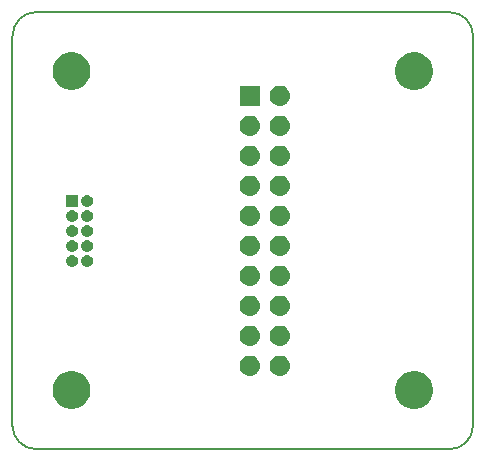
<source format=gbr>
G04 #@! TF.GenerationSoftware,KiCad,Pcbnew,5.0.1-33cea8e~68~ubuntu18.10.1*
G04 #@! TF.CreationDate,2018-11-20T09:41:42+02:00*
G04 #@! TF.ProjectId,BUS-BLASTER-AVR-1.27,4255532D424C41535445522D4156522D,v1.0*
G04 #@! TF.SameCoordinates,Original*
G04 #@! TF.FileFunction,Soldermask,Bot*
G04 #@! TF.FilePolarity,Negative*
%FSLAX46Y46*%
G04 Gerber Fmt 4.6, Leading zero omitted, Abs format (unit mm)*
G04 Created by KiCad (PCBNEW 5.0.1-33cea8e~68~ubuntu18.10.1) date ti 20. marraskuuta 2018 09.41.42*
%MOMM*%
%LPD*%
G01*
G04 APERTURE LIST*
%ADD10C,0.150000*%
%ADD11C,0.100000*%
G04 APERTURE END LIST*
D10*
X65000000Y-87000000D02*
G75*
G02X63000000Y-85000000I0J2000000D01*
G01*
X102000000Y-85000000D02*
G75*
G02X100000000Y-87000000I-2000000J0D01*
G01*
X100000000Y-50000000D02*
G75*
G02X102000000Y-52000000I0J-2000000D01*
G01*
X63000000Y-52000000D02*
G75*
G02X65000000Y-50000000I2000000J0D01*
G01*
X65000000Y-50000000D02*
X100000000Y-50000000D01*
X102000000Y-85000000D02*
X102000000Y-52000000D01*
X65000000Y-87000000D02*
X100000000Y-87000000D01*
X63000000Y-52000000D02*
X63000000Y-85000000D01*
D11*
G36*
X97466703Y-80461487D02*
X97466705Y-80461488D01*
X97466706Y-80461488D01*
X97757884Y-80582098D01*
X98019939Y-80757197D01*
X98242803Y-80980061D01*
X98417902Y-81242116D01*
X98538512Y-81533294D01*
X98600000Y-81842416D01*
X98600000Y-82157584D01*
X98538512Y-82466706D01*
X98417902Y-82757884D01*
X98242803Y-83019939D01*
X98019939Y-83242803D01*
X97757884Y-83417902D01*
X97466706Y-83538512D01*
X97466705Y-83538512D01*
X97466703Y-83538513D01*
X97157586Y-83600000D01*
X96842414Y-83600000D01*
X96533297Y-83538513D01*
X96533295Y-83538512D01*
X96533294Y-83538512D01*
X96242116Y-83417902D01*
X95980061Y-83242803D01*
X95757197Y-83019939D01*
X95582098Y-82757884D01*
X95461488Y-82466706D01*
X95400000Y-82157584D01*
X95400000Y-81842416D01*
X95461488Y-81533294D01*
X95582098Y-81242116D01*
X95757197Y-80980061D01*
X95980061Y-80757197D01*
X96242116Y-80582098D01*
X96533294Y-80461488D01*
X96533295Y-80461488D01*
X96533297Y-80461487D01*
X96842414Y-80400000D01*
X97157586Y-80400000D01*
X97466703Y-80461487D01*
X97466703Y-80461487D01*
G37*
G36*
X68466703Y-80461487D02*
X68466705Y-80461488D01*
X68466706Y-80461488D01*
X68757884Y-80582098D01*
X69019939Y-80757197D01*
X69242803Y-80980061D01*
X69417902Y-81242116D01*
X69538512Y-81533294D01*
X69600000Y-81842416D01*
X69600000Y-82157584D01*
X69538512Y-82466706D01*
X69417902Y-82757884D01*
X69242803Y-83019939D01*
X69019939Y-83242803D01*
X68757884Y-83417902D01*
X68466706Y-83538512D01*
X68466705Y-83538512D01*
X68466703Y-83538513D01*
X68157586Y-83600000D01*
X67842414Y-83600000D01*
X67533297Y-83538513D01*
X67533295Y-83538512D01*
X67533294Y-83538512D01*
X67242116Y-83417902D01*
X66980061Y-83242803D01*
X66757197Y-83019939D01*
X66582098Y-82757884D01*
X66461488Y-82466706D01*
X66400000Y-82157584D01*
X66400000Y-81842416D01*
X66461488Y-81533294D01*
X66582098Y-81242116D01*
X66757197Y-80980061D01*
X66980061Y-80757197D01*
X67242116Y-80582098D01*
X67533294Y-80461488D01*
X67533295Y-80461488D01*
X67533297Y-80461487D01*
X67842414Y-80400000D01*
X68157586Y-80400000D01*
X68466703Y-80461487D01*
X68466703Y-80461487D01*
G37*
G36*
X85809293Y-79088895D02*
X85972085Y-79138278D01*
X86122114Y-79218470D01*
X86253612Y-79326388D01*
X86361530Y-79457886D01*
X86441722Y-79607915D01*
X86491105Y-79770707D01*
X86507779Y-79940000D01*
X86491105Y-80109293D01*
X86441722Y-80272085D01*
X86361530Y-80422114D01*
X86253612Y-80553612D01*
X86122114Y-80661530D01*
X85972085Y-80741722D01*
X85809293Y-80791105D01*
X85682426Y-80803600D01*
X85597574Y-80803600D01*
X85470707Y-80791105D01*
X85307915Y-80741722D01*
X85157886Y-80661530D01*
X85026388Y-80553612D01*
X84918470Y-80422114D01*
X84838278Y-80272085D01*
X84788895Y-80109293D01*
X84772221Y-79940000D01*
X84788895Y-79770707D01*
X84838278Y-79607915D01*
X84918470Y-79457886D01*
X85026388Y-79326388D01*
X85157886Y-79218470D01*
X85307915Y-79138278D01*
X85470707Y-79088895D01*
X85597574Y-79076400D01*
X85682426Y-79076400D01*
X85809293Y-79088895D01*
X85809293Y-79088895D01*
G37*
G36*
X83269293Y-79088895D02*
X83432085Y-79138278D01*
X83582114Y-79218470D01*
X83713612Y-79326388D01*
X83821530Y-79457886D01*
X83901722Y-79607915D01*
X83951105Y-79770707D01*
X83967779Y-79940000D01*
X83951105Y-80109293D01*
X83901722Y-80272085D01*
X83821530Y-80422114D01*
X83713612Y-80553612D01*
X83582114Y-80661530D01*
X83432085Y-80741722D01*
X83269293Y-80791105D01*
X83142426Y-80803600D01*
X83057574Y-80803600D01*
X82930707Y-80791105D01*
X82767915Y-80741722D01*
X82617886Y-80661530D01*
X82486388Y-80553612D01*
X82378470Y-80422114D01*
X82298278Y-80272085D01*
X82248895Y-80109293D01*
X82232221Y-79940000D01*
X82248895Y-79770707D01*
X82298278Y-79607915D01*
X82378470Y-79457886D01*
X82486388Y-79326388D01*
X82617886Y-79218470D01*
X82767915Y-79138278D01*
X82930707Y-79088895D01*
X83057574Y-79076400D01*
X83142426Y-79076400D01*
X83269293Y-79088895D01*
X83269293Y-79088895D01*
G37*
G36*
X85809293Y-76548895D02*
X85972085Y-76598278D01*
X86122114Y-76678470D01*
X86253612Y-76786388D01*
X86361530Y-76917886D01*
X86441722Y-77067915D01*
X86491105Y-77230707D01*
X86507779Y-77400000D01*
X86491105Y-77569293D01*
X86441722Y-77732085D01*
X86361530Y-77882114D01*
X86253612Y-78013612D01*
X86122114Y-78121530D01*
X85972085Y-78201722D01*
X85809293Y-78251105D01*
X85682426Y-78263600D01*
X85597574Y-78263600D01*
X85470707Y-78251105D01*
X85307915Y-78201722D01*
X85157886Y-78121530D01*
X85026388Y-78013612D01*
X84918470Y-77882114D01*
X84838278Y-77732085D01*
X84788895Y-77569293D01*
X84772221Y-77400000D01*
X84788895Y-77230707D01*
X84838278Y-77067915D01*
X84918470Y-76917886D01*
X85026388Y-76786388D01*
X85157886Y-76678470D01*
X85307915Y-76598278D01*
X85470707Y-76548895D01*
X85597574Y-76536400D01*
X85682426Y-76536400D01*
X85809293Y-76548895D01*
X85809293Y-76548895D01*
G37*
G36*
X83269293Y-76548895D02*
X83432085Y-76598278D01*
X83582114Y-76678470D01*
X83713612Y-76786388D01*
X83821530Y-76917886D01*
X83901722Y-77067915D01*
X83951105Y-77230707D01*
X83967779Y-77400000D01*
X83951105Y-77569293D01*
X83901722Y-77732085D01*
X83821530Y-77882114D01*
X83713612Y-78013612D01*
X83582114Y-78121530D01*
X83432085Y-78201722D01*
X83269293Y-78251105D01*
X83142426Y-78263600D01*
X83057574Y-78263600D01*
X82930707Y-78251105D01*
X82767915Y-78201722D01*
X82617886Y-78121530D01*
X82486388Y-78013612D01*
X82378470Y-77882114D01*
X82298278Y-77732085D01*
X82248895Y-77569293D01*
X82232221Y-77400000D01*
X82248895Y-77230707D01*
X82298278Y-77067915D01*
X82378470Y-76917886D01*
X82486388Y-76786388D01*
X82617886Y-76678470D01*
X82767915Y-76598278D01*
X82930707Y-76548895D01*
X83057574Y-76536400D01*
X83142426Y-76536400D01*
X83269293Y-76548895D01*
X83269293Y-76548895D01*
G37*
G36*
X83269293Y-74008895D02*
X83432085Y-74058278D01*
X83582114Y-74138470D01*
X83713612Y-74246388D01*
X83821530Y-74377886D01*
X83901722Y-74527915D01*
X83951105Y-74690707D01*
X83967779Y-74860000D01*
X83951105Y-75029293D01*
X83901722Y-75192085D01*
X83821530Y-75342114D01*
X83713612Y-75473612D01*
X83582114Y-75581530D01*
X83432085Y-75661722D01*
X83269293Y-75711105D01*
X83142426Y-75723600D01*
X83057574Y-75723600D01*
X82930707Y-75711105D01*
X82767915Y-75661722D01*
X82617886Y-75581530D01*
X82486388Y-75473612D01*
X82378470Y-75342114D01*
X82298278Y-75192085D01*
X82248895Y-75029293D01*
X82232221Y-74860000D01*
X82248895Y-74690707D01*
X82298278Y-74527915D01*
X82378470Y-74377886D01*
X82486388Y-74246388D01*
X82617886Y-74138470D01*
X82767915Y-74058278D01*
X82930707Y-74008895D01*
X83057574Y-73996400D01*
X83142426Y-73996400D01*
X83269293Y-74008895D01*
X83269293Y-74008895D01*
G37*
G36*
X85809293Y-74008895D02*
X85972085Y-74058278D01*
X86122114Y-74138470D01*
X86253612Y-74246388D01*
X86361530Y-74377886D01*
X86441722Y-74527915D01*
X86491105Y-74690707D01*
X86507779Y-74860000D01*
X86491105Y-75029293D01*
X86441722Y-75192085D01*
X86361530Y-75342114D01*
X86253612Y-75473612D01*
X86122114Y-75581530D01*
X85972085Y-75661722D01*
X85809293Y-75711105D01*
X85682426Y-75723600D01*
X85597574Y-75723600D01*
X85470707Y-75711105D01*
X85307915Y-75661722D01*
X85157886Y-75581530D01*
X85026388Y-75473612D01*
X84918470Y-75342114D01*
X84838278Y-75192085D01*
X84788895Y-75029293D01*
X84772221Y-74860000D01*
X84788895Y-74690707D01*
X84838278Y-74527915D01*
X84918470Y-74377886D01*
X85026388Y-74246388D01*
X85157886Y-74138470D01*
X85307915Y-74058278D01*
X85470707Y-74008895D01*
X85597574Y-73996400D01*
X85682426Y-73996400D01*
X85809293Y-74008895D01*
X85809293Y-74008895D01*
G37*
G36*
X83269293Y-71468895D02*
X83432085Y-71518278D01*
X83582114Y-71598470D01*
X83713612Y-71706388D01*
X83821530Y-71837886D01*
X83901722Y-71987915D01*
X83951105Y-72150707D01*
X83967779Y-72320000D01*
X83951105Y-72489293D01*
X83901722Y-72652085D01*
X83821530Y-72802114D01*
X83713612Y-72933612D01*
X83582114Y-73041530D01*
X83432085Y-73121722D01*
X83269293Y-73171105D01*
X83142426Y-73183600D01*
X83057574Y-73183600D01*
X82930707Y-73171105D01*
X82767915Y-73121722D01*
X82617886Y-73041530D01*
X82486388Y-72933612D01*
X82378470Y-72802114D01*
X82298278Y-72652085D01*
X82248895Y-72489293D01*
X82232221Y-72320000D01*
X82248895Y-72150707D01*
X82298278Y-71987915D01*
X82378470Y-71837886D01*
X82486388Y-71706388D01*
X82617886Y-71598470D01*
X82767915Y-71518278D01*
X82930707Y-71468895D01*
X83057574Y-71456400D01*
X83142426Y-71456400D01*
X83269293Y-71468895D01*
X83269293Y-71468895D01*
G37*
G36*
X85809293Y-71468895D02*
X85972085Y-71518278D01*
X86122114Y-71598470D01*
X86253612Y-71706388D01*
X86361530Y-71837886D01*
X86441722Y-71987915D01*
X86491105Y-72150707D01*
X86507779Y-72320000D01*
X86491105Y-72489293D01*
X86441722Y-72652085D01*
X86361530Y-72802114D01*
X86253612Y-72933612D01*
X86122114Y-73041530D01*
X85972085Y-73121722D01*
X85809293Y-73171105D01*
X85682426Y-73183600D01*
X85597574Y-73183600D01*
X85470707Y-73171105D01*
X85307915Y-73121722D01*
X85157886Y-73041530D01*
X85026388Y-72933612D01*
X84918470Y-72802114D01*
X84838278Y-72652085D01*
X84788895Y-72489293D01*
X84772221Y-72320000D01*
X84788895Y-72150707D01*
X84838278Y-71987915D01*
X84918470Y-71837886D01*
X85026388Y-71706388D01*
X85157886Y-71598470D01*
X85307915Y-71518278D01*
X85470707Y-71468895D01*
X85597574Y-71456400D01*
X85682426Y-71456400D01*
X85809293Y-71468895D01*
X85809293Y-71468895D01*
G37*
G36*
X69418016Y-70557234D02*
X69512267Y-70585825D01*
X69599130Y-70632254D01*
X69675264Y-70694736D01*
X69737746Y-70770870D01*
X69784175Y-70857733D01*
X69812766Y-70951984D01*
X69822420Y-71050000D01*
X69812766Y-71148016D01*
X69784175Y-71242267D01*
X69737746Y-71329130D01*
X69675264Y-71405264D01*
X69599130Y-71467746D01*
X69512267Y-71514175D01*
X69418016Y-71542766D01*
X69344566Y-71550000D01*
X69295434Y-71550000D01*
X69221984Y-71542766D01*
X69127733Y-71514175D01*
X69040870Y-71467746D01*
X68964736Y-71405264D01*
X68902254Y-71329130D01*
X68855825Y-71242267D01*
X68827234Y-71148016D01*
X68817580Y-71050000D01*
X68827234Y-70951984D01*
X68855825Y-70857733D01*
X68902254Y-70770870D01*
X68964736Y-70694736D01*
X69040870Y-70632254D01*
X69127733Y-70585825D01*
X69221984Y-70557234D01*
X69295434Y-70550000D01*
X69344566Y-70550000D01*
X69418016Y-70557234D01*
X69418016Y-70557234D01*
G37*
G36*
X68148016Y-70557234D02*
X68242267Y-70585825D01*
X68329130Y-70632254D01*
X68405264Y-70694736D01*
X68467746Y-70770870D01*
X68514175Y-70857733D01*
X68542766Y-70951984D01*
X68552420Y-71050000D01*
X68542766Y-71148016D01*
X68514175Y-71242267D01*
X68467746Y-71329130D01*
X68405264Y-71405264D01*
X68329130Y-71467746D01*
X68242267Y-71514175D01*
X68148016Y-71542766D01*
X68074566Y-71550000D01*
X68025434Y-71550000D01*
X67951984Y-71542766D01*
X67857733Y-71514175D01*
X67770870Y-71467746D01*
X67694736Y-71405264D01*
X67632254Y-71329130D01*
X67585825Y-71242267D01*
X67557234Y-71148016D01*
X67547580Y-71050000D01*
X67557234Y-70951984D01*
X67585825Y-70857733D01*
X67632254Y-70770870D01*
X67694736Y-70694736D01*
X67770870Y-70632254D01*
X67857733Y-70585825D01*
X67951984Y-70557234D01*
X68025434Y-70550000D01*
X68074566Y-70550000D01*
X68148016Y-70557234D01*
X68148016Y-70557234D01*
G37*
G36*
X85809293Y-68928895D02*
X85972085Y-68978278D01*
X86122114Y-69058470D01*
X86253612Y-69166388D01*
X86361530Y-69297886D01*
X86441722Y-69447915D01*
X86491105Y-69610707D01*
X86507779Y-69780000D01*
X86491105Y-69949293D01*
X86441722Y-70112085D01*
X86361530Y-70262114D01*
X86253612Y-70393612D01*
X86122114Y-70501530D01*
X85972085Y-70581722D01*
X85809293Y-70631105D01*
X85682426Y-70643600D01*
X85597574Y-70643600D01*
X85470707Y-70631105D01*
X85307915Y-70581722D01*
X85157886Y-70501530D01*
X85026388Y-70393612D01*
X84918470Y-70262114D01*
X84838278Y-70112085D01*
X84788895Y-69949293D01*
X84772221Y-69780000D01*
X84788895Y-69610707D01*
X84838278Y-69447915D01*
X84918470Y-69297886D01*
X85026388Y-69166388D01*
X85157886Y-69058470D01*
X85307915Y-68978278D01*
X85470707Y-68928895D01*
X85597574Y-68916400D01*
X85682426Y-68916400D01*
X85809293Y-68928895D01*
X85809293Y-68928895D01*
G37*
G36*
X83269293Y-68928895D02*
X83432085Y-68978278D01*
X83582114Y-69058470D01*
X83713612Y-69166388D01*
X83821530Y-69297886D01*
X83901722Y-69447915D01*
X83951105Y-69610707D01*
X83967779Y-69780000D01*
X83951105Y-69949293D01*
X83901722Y-70112085D01*
X83821530Y-70262114D01*
X83713612Y-70393612D01*
X83582114Y-70501530D01*
X83432085Y-70581722D01*
X83269293Y-70631105D01*
X83142426Y-70643600D01*
X83057574Y-70643600D01*
X82930707Y-70631105D01*
X82767915Y-70581722D01*
X82617886Y-70501530D01*
X82486388Y-70393612D01*
X82378470Y-70262114D01*
X82298278Y-70112085D01*
X82248895Y-69949293D01*
X82232221Y-69780000D01*
X82248895Y-69610707D01*
X82298278Y-69447915D01*
X82378470Y-69297886D01*
X82486388Y-69166388D01*
X82617886Y-69058470D01*
X82767915Y-68978278D01*
X82930707Y-68928895D01*
X83057574Y-68916400D01*
X83142426Y-68916400D01*
X83269293Y-68928895D01*
X83269293Y-68928895D01*
G37*
G36*
X69418016Y-69287234D02*
X69512267Y-69315825D01*
X69599130Y-69362254D01*
X69675264Y-69424736D01*
X69737746Y-69500870D01*
X69784175Y-69587733D01*
X69812766Y-69681984D01*
X69822420Y-69780000D01*
X69812766Y-69878016D01*
X69784175Y-69972267D01*
X69737746Y-70059130D01*
X69675264Y-70135264D01*
X69599130Y-70197746D01*
X69512267Y-70244175D01*
X69418016Y-70272766D01*
X69344566Y-70280000D01*
X69295434Y-70280000D01*
X69221984Y-70272766D01*
X69127733Y-70244175D01*
X69040870Y-70197746D01*
X68964736Y-70135264D01*
X68902254Y-70059130D01*
X68855825Y-69972267D01*
X68827234Y-69878016D01*
X68817580Y-69780000D01*
X68827234Y-69681984D01*
X68855825Y-69587733D01*
X68902254Y-69500870D01*
X68964736Y-69424736D01*
X69040870Y-69362254D01*
X69127733Y-69315825D01*
X69221984Y-69287234D01*
X69295434Y-69280000D01*
X69344566Y-69280000D01*
X69418016Y-69287234D01*
X69418016Y-69287234D01*
G37*
G36*
X68148016Y-69287234D02*
X68242267Y-69315825D01*
X68329130Y-69362254D01*
X68405264Y-69424736D01*
X68467746Y-69500870D01*
X68514175Y-69587733D01*
X68542766Y-69681984D01*
X68552420Y-69780000D01*
X68542766Y-69878016D01*
X68514175Y-69972267D01*
X68467746Y-70059130D01*
X68405264Y-70135264D01*
X68329130Y-70197746D01*
X68242267Y-70244175D01*
X68148016Y-70272766D01*
X68074566Y-70280000D01*
X68025434Y-70280000D01*
X67951984Y-70272766D01*
X67857733Y-70244175D01*
X67770870Y-70197746D01*
X67694736Y-70135264D01*
X67632254Y-70059130D01*
X67585825Y-69972267D01*
X67557234Y-69878016D01*
X67547580Y-69780000D01*
X67557234Y-69681984D01*
X67585825Y-69587733D01*
X67632254Y-69500870D01*
X67694736Y-69424736D01*
X67770870Y-69362254D01*
X67857733Y-69315825D01*
X67951984Y-69287234D01*
X68025434Y-69280000D01*
X68074566Y-69280000D01*
X68148016Y-69287234D01*
X68148016Y-69287234D01*
G37*
G36*
X68148016Y-68017234D02*
X68242267Y-68045825D01*
X68329130Y-68092254D01*
X68405264Y-68154736D01*
X68467746Y-68230870D01*
X68514175Y-68317733D01*
X68542766Y-68411984D01*
X68552420Y-68510000D01*
X68542766Y-68608016D01*
X68514175Y-68702267D01*
X68467746Y-68789130D01*
X68405264Y-68865264D01*
X68329130Y-68927746D01*
X68242267Y-68974175D01*
X68148016Y-69002766D01*
X68074566Y-69010000D01*
X68025434Y-69010000D01*
X67951984Y-69002766D01*
X67857733Y-68974175D01*
X67770870Y-68927746D01*
X67694736Y-68865264D01*
X67632254Y-68789130D01*
X67585825Y-68702267D01*
X67557234Y-68608016D01*
X67547580Y-68510000D01*
X67557234Y-68411984D01*
X67585825Y-68317733D01*
X67632254Y-68230870D01*
X67694736Y-68154736D01*
X67770870Y-68092254D01*
X67857733Y-68045825D01*
X67951984Y-68017234D01*
X68025434Y-68010000D01*
X68074566Y-68010000D01*
X68148016Y-68017234D01*
X68148016Y-68017234D01*
G37*
G36*
X69418016Y-68017234D02*
X69512267Y-68045825D01*
X69599130Y-68092254D01*
X69675264Y-68154736D01*
X69737746Y-68230870D01*
X69784175Y-68317733D01*
X69812766Y-68411984D01*
X69822420Y-68510000D01*
X69812766Y-68608016D01*
X69784175Y-68702267D01*
X69737746Y-68789130D01*
X69675264Y-68865264D01*
X69599130Y-68927746D01*
X69512267Y-68974175D01*
X69418016Y-69002766D01*
X69344566Y-69010000D01*
X69295434Y-69010000D01*
X69221984Y-69002766D01*
X69127733Y-68974175D01*
X69040870Y-68927746D01*
X68964736Y-68865264D01*
X68902254Y-68789130D01*
X68855825Y-68702267D01*
X68827234Y-68608016D01*
X68817580Y-68510000D01*
X68827234Y-68411984D01*
X68855825Y-68317733D01*
X68902254Y-68230870D01*
X68964736Y-68154736D01*
X69040870Y-68092254D01*
X69127733Y-68045825D01*
X69221984Y-68017234D01*
X69295434Y-68010000D01*
X69344566Y-68010000D01*
X69418016Y-68017234D01*
X69418016Y-68017234D01*
G37*
G36*
X83269293Y-66388895D02*
X83432085Y-66438278D01*
X83582114Y-66518470D01*
X83713612Y-66626388D01*
X83821530Y-66757886D01*
X83901722Y-66907915D01*
X83951105Y-67070707D01*
X83967779Y-67240000D01*
X83951105Y-67409293D01*
X83901722Y-67572085D01*
X83821530Y-67722114D01*
X83713612Y-67853612D01*
X83582114Y-67961530D01*
X83432085Y-68041722D01*
X83269293Y-68091105D01*
X83142426Y-68103600D01*
X83057574Y-68103600D01*
X82930707Y-68091105D01*
X82767915Y-68041722D01*
X82617886Y-67961530D01*
X82486388Y-67853612D01*
X82378470Y-67722114D01*
X82298278Y-67572085D01*
X82248895Y-67409293D01*
X82232221Y-67240000D01*
X82248895Y-67070707D01*
X82298278Y-66907915D01*
X82378470Y-66757886D01*
X82486388Y-66626388D01*
X82617886Y-66518470D01*
X82767915Y-66438278D01*
X82930707Y-66388895D01*
X83057574Y-66376400D01*
X83142426Y-66376400D01*
X83269293Y-66388895D01*
X83269293Y-66388895D01*
G37*
G36*
X85809293Y-66388895D02*
X85972085Y-66438278D01*
X86122114Y-66518470D01*
X86253612Y-66626388D01*
X86361530Y-66757886D01*
X86441722Y-66907915D01*
X86491105Y-67070707D01*
X86507779Y-67240000D01*
X86491105Y-67409293D01*
X86441722Y-67572085D01*
X86361530Y-67722114D01*
X86253612Y-67853612D01*
X86122114Y-67961530D01*
X85972085Y-68041722D01*
X85809293Y-68091105D01*
X85682426Y-68103600D01*
X85597574Y-68103600D01*
X85470707Y-68091105D01*
X85307915Y-68041722D01*
X85157886Y-67961530D01*
X85026388Y-67853612D01*
X84918470Y-67722114D01*
X84838278Y-67572085D01*
X84788895Y-67409293D01*
X84772221Y-67240000D01*
X84788895Y-67070707D01*
X84838278Y-66907915D01*
X84918470Y-66757886D01*
X85026388Y-66626388D01*
X85157886Y-66518470D01*
X85307915Y-66438278D01*
X85470707Y-66388895D01*
X85597574Y-66376400D01*
X85682426Y-66376400D01*
X85809293Y-66388895D01*
X85809293Y-66388895D01*
G37*
G36*
X68148016Y-66747234D02*
X68242267Y-66775825D01*
X68329130Y-66822254D01*
X68405264Y-66884736D01*
X68467746Y-66960870D01*
X68514175Y-67047733D01*
X68542766Y-67141984D01*
X68552420Y-67240000D01*
X68542766Y-67338016D01*
X68514175Y-67432267D01*
X68467746Y-67519130D01*
X68405264Y-67595264D01*
X68329130Y-67657746D01*
X68242267Y-67704175D01*
X68148016Y-67732766D01*
X68074566Y-67740000D01*
X68025434Y-67740000D01*
X67951984Y-67732766D01*
X67857733Y-67704175D01*
X67770870Y-67657746D01*
X67694736Y-67595264D01*
X67632254Y-67519130D01*
X67585825Y-67432267D01*
X67557234Y-67338016D01*
X67547580Y-67240000D01*
X67557234Y-67141984D01*
X67585825Y-67047733D01*
X67632254Y-66960870D01*
X67694736Y-66884736D01*
X67770870Y-66822254D01*
X67857733Y-66775825D01*
X67951984Y-66747234D01*
X68025434Y-66740000D01*
X68074566Y-66740000D01*
X68148016Y-66747234D01*
X68148016Y-66747234D01*
G37*
G36*
X69418016Y-66747234D02*
X69512267Y-66775825D01*
X69599130Y-66822254D01*
X69675264Y-66884736D01*
X69737746Y-66960870D01*
X69784175Y-67047733D01*
X69812766Y-67141984D01*
X69822420Y-67240000D01*
X69812766Y-67338016D01*
X69784175Y-67432267D01*
X69737746Y-67519130D01*
X69675264Y-67595264D01*
X69599130Y-67657746D01*
X69512267Y-67704175D01*
X69418016Y-67732766D01*
X69344566Y-67740000D01*
X69295434Y-67740000D01*
X69221984Y-67732766D01*
X69127733Y-67704175D01*
X69040870Y-67657746D01*
X68964736Y-67595264D01*
X68902254Y-67519130D01*
X68855825Y-67432267D01*
X68827234Y-67338016D01*
X68817580Y-67240000D01*
X68827234Y-67141984D01*
X68855825Y-67047733D01*
X68902254Y-66960870D01*
X68964736Y-66884736D01*
X69040870Y-66822254D01*
X69127733Y-66775825D01*
X69221984Y-66747234D01*
X69295434Y-66740000D01*
X69344566Y-66740000D01*
X69418016Y-66747234D01*
X69418016Y-66747234D01*
G37*
G36*
X68550000Y-66470000D02*
X67550000Y-66470000D01*
X67550000Y-65470000D01*
X68550000Y-65470000D01*
X68550000Y-66470000D01*
X68550000Y-66470000D01*
G37*
G36*
X69418016Y-65477234D02*
X69512267Y-65505825D01*
X69599130Y-65552254D01*
X69675264Y-65614736D01*
X69737746Y-65690870D01*
X69784175Y-65777733D01*
X69812766Y-65871984D01*
X69822420Y-65970000D01*
X69812766Y-66068016D01*
X69784175Y-66162267D01*
X69737746Y-66249130D01*
X69675264Y-66325264D01*
X69599130Y-66387746D01*
X69512267Y-66434175D01*
X69418016Y-66462766D01*
X69344566Y-66470000D01*
X69295434Y-66470000D01*
X69221984Y-66462766D01*
X69127733Y-66434175D01*
X69040870Y-66387746D01*
X68964736Y-66325264D01*
X68902254Y-66249130D01*
X68855825Y-66162267D01*
X68827234Y-66068016D01*
X68817580Y-65970000D01*
X68827234Y-65871984D01*
X68855825Y-65777733D01*
X68902254Y-65690870D01*
X68964736Y-65614736D01*
X69040870Y-65552254D01*
X69127733Y-65505825D01*
X69221984Y-65477234D01*
X69295434Y-65470000D01*
X69344566Y-65470000D01*
X69418016Y-65477234D01*
X69418016Y-65477234D01*
G37*
G36*
X83269293Y-63848895D02*
X83432085Y-63898278D01*
X83582114Y-63978470D01*
X83713612Y-64086388D01*
X83821530Y-64217886D01*
X83901722Y-64367915D01*
X83951105Y-64530707D01*
X83967779Y-64700000D01*
X83951105Y-64869293D01*
X83901722Y-65032085D01*
X83821530Y-65182114D01*
X83713612Y-65313612D01*
X83582114Y-65421530D01*
X83432085Y-65501722D01*
X83269293Y-65551105D01*
X83142426Y-65563600D01*
X83057574Y-65563600D01*
X82930707Y-65551105D01*
X82767915Y-65501722D01*
X82617886Y-65421530D01*
X82486388Y-65313612D01*
X82378470Y-65182114D01*
X82298278Y-65032085D01*
X82248895Y-64869293D01*
X82232221Y-64700000D01*
X82248895Y-64530707D01*
X82298278Y-64367915D01*
X82378470Y-64217886D01*
X82486388Y-64086388D01*
X82617886Y-63978470D01*
X82767915Y-63898278D01*
X82930707Y-63848895D01*
X83057574Y-63836400D01*
X83142426Y-63836400D01*
X83269293Y-63848895D01*
X83269293Y-63848895D01*
G37*
G36*
X85809293Y-63848895D02*
X85972085Y-63898278D01*
X86122114Y-63978470D01*
X86253612Y-64086388D01*
X86361530Y-64217886D01*
X86441722Y-64367915D01*
X86491105Y-64530707D01*
X86507779Y-64700000D01*
X86491105Y-64869293D01*
X86441722Y-65032085D01*
X86361530Y-65182114D01*
X86253612Y-65313612D01*
X86122114Y-65421530D01*
X85972085Y-65501722D01*
X85809293Y-65551105D01*
X85682426Y-65563600D01*
X85597574Y-65563600D01*
X85470707Y-65551105D01*
X85307915Y-65501722D01*
X85157886Y-65421530D01*
X85026388Y-65313612D01*
X84918470Y-65182114D01*
X84838278Y-65032085D01*
X84788895Y-64869293D01*
X84772221Y-64700000D01*
X84788895Y-64530707D01*
X84838278Y-64367915D01*
X84918470Y-64217886D01*
X85026388Y-64086388D01*
X85157886Y-63978470D01*
X85307915Y-63898278D01*
X85470707Y-63848895D01*
X85597574Y-63836400D01*
X85682426Y-63836400D01*
X85809293Y-63848895D01*
X85809293Y-63848895D01*
G37*
G36*
X85809293Y-61308895D02*
X85972085Y-61358278D01*
X86122114Y-61438470D01*
X86253612Y-61546388D01*
X86361530Y-61677886D01*
X86441722Y-61827915D01*
X86491105Y-61990707D01*
X86507779Y-62160000D01*
X86491105Y-62329293D01*
X86441722Y-62492085D01*
X86361530Y-62642114D01*
X86253612Y-62773612D01*
X86122114Y-62881530D01*
X85972085Y-62961722D01*
X85809293Y-63011105D01*
X85682426Y-63023600D01*
X85597574Y-63023600D01*
X85470707Y-63011105D01*
X85307915Y-62961722D01*
X85157886Y-62881530D01*
X85026388Y-62773612D01*
X84918470Y-62642114D01*
X84838278Y-62492085D01*
X84788895Y-62329293D01*
X84772221Y-62160000D01*
X84788895Y-61990707D01*
X84838278Y-61827915D01*
X84918470Y-61677886D01*
X85026388Y-61546388D01*
X85157886Y-61438470D01*
X85307915Y-61358278D01*
X85470707Y-61308895D01*
X85597574Y-61296400D01*
X85682426Y-61296400D01*
X85809293Y-61308895D01*
X85809293Y-61308895D01*
G37*
G36*
X83269293Y-61308895D02*
X83432085Y-61358278D01*
X83582114Y-61438470D01*
X83713612Y-61546388D01*
X83821530Y-61677886D01*
X83901722Y-61827915D01*
X83951105Y-61990707D01*
X83967779Y-62160000D01*
X83951105Y-62329293D01*
X83901722Y-62492085D01*
X83821530Y-62642114D01*
X83713612Y-62773612D01*
X83582114Y-62881530D01*
X83432085Y-62961722D01*
X83269293Y-63011105D01*
X83142426Y-63023600D01*
X83057574Y-63023600D01*
X82930707Y-63011105D01*
X82767915Y-62961722D01*
X82617886Y-62881530D01*
X82486388Y-62773612D01*
X82378470Y-62642114D01*
X82298278Y-62492085D01*
X82248895Y-62329293D01*
X82232221Y-62160000D01*
X82248895Y-61990707D01*
X82298278Y-61827915D01*
X82378470Y-61677886D01*
X82486388Y-61546388D01*
X82617886Y-61438470D01*
X82767915Y-61358278D01*
X82930707Y-61308895D01*
X83057574Y-61296400D01*
X83142426Y-61296400D01*
X83269293Y-61308895D01*
X83269293Y-61308895D01*
G37*
G36*
X83269293Y-58768895D02*
X83432085Y-58818278D01*
X83582114Y-58898470D01*
X83713612Y-59006388D01*
X83821530Y-59137886D01*
X83901722Y-59287915D01*
X83951105Y-59450707D01*
X83967779Y-59620000D01*
X83951105Y-59789293D01*
X83901722Y-59952085D01*
X83821530Y-60102114D01*
X83713612Y-60233612D01*
X83582114Y-60341530D01*
X83432085Y-60421722D01*
X83269293Y-60471105D01*
X83142426Y-60483600D01*
X83057574Y-60483600D01*
X82930707Y-60471105D01*
X82767915Y-60421722D01*
X82617886Y-60341530D01*
X82486388Y-60233612D01*
X82378470Y-60102114D01*
X82298278Y-59952085D01*
X82248895Y-59789293D01*
X82232221Y-59620000D01*
X82248895Y-59450707D01*
X82298278Y-59287915D01*
X82378470Y-59137886D01*
X82486388Y-59006388D01*
X82617886Y-58898470D01*
X82767915Y-58818278D01*
X82930707Y-58768895D01*
X83057574Y-58756400D01*
X83142426Y-58756400D01*
X83269293Y-58768895D01*
X83269293Y-58768895D01*
G37*
G36*
X85809293Y-58768895D02*
X85972085Y-58818278D01*
X86122114Y-58898470D01*
X86253612Y-59006388D01*
X86361530Y-59137886D01*
X86441722Y-59287915D01*
X86491105Y-59450707D01*
X86507779Y-59620000D01*
X86491105Y-59789293D01*
X86441722Y-59952085D01*
X86361530Y-60102114D01*
X86253612Y-60233612D01*
X86122114Y-60341530D01*
X85972085Y-60421722D01*
X85809293Y-60471105D01*
X85682426Y-60483600D01*
X85597574Y-60483600D01*
X85470707Y-60471105D01*
X85307915Y-60421722D01*
X85157886Y-60341530D01*
X85026388Y-60233612D01*
X84918470Y-60102114D01*
X84838278Y-59952085D01*
X84788895Y-59789293D01*
X84772221Y-59620000D01*
X84788895Y-59450707D01*
X84838278Y-59287915D01*
X84918470Y-59137886D01*
X85026388Y-59006388D01*
X85157886Y-58898470D01*
X85307915Y-58818278D01*
X85470707Y-58768895D01*
X85597574Y-58756400D01*
X85682426Y-58756400D01*
X85809293Y-58768895D01*
X85809293Y-58768895D01*
G37*
G36*
X85809293Y-56228895D02*
X85972085Y-56278278D01*
X86122114Y-56358470D01*
X86253612Y-56466388D01*
X86361530Y-56597886D01*
X86441722Y-56747915D01*
X86491105Y-56910707D01*
X86507779Y-57080000D01*
X86491105Y-57249293D01*
X86441722Y-57412085D01*
X86361530Y-57562114D01*
X86253612Y-57693612D01*
X86122114Y-57801530D01*
X85972085Y-57881722D01*
X85809293Y-57931105D01*
X85682426Y-57943600D01*
X85597574Y-57943600D01*
X85470707Y-57931105D01*
X85307915Y-57881722D01*
X85157886Y-57801530D01*
X85026388Y-57693612D01*
X84918470Y-57562114D01*
X84838278Y-57412085D01*
X84788895Y-57249293D01*
X84772221Y-57080000D01*
X84788895Y-56910707D01*
X84838278Y-56747915D01*
X84918470Y-56597886D01*
X85026388Y-56466388D01*
X85157886Y-56358470D01*
X85307915Y-56278278D01*
X85470707Y-56228895D01*
X85597574Y-56216400D01*
X85682426Y-56216400D01*
X85809293Y-56228895D01*
X85809293Y-56228895D01*
G37*
G36*
X83963600Y-57943600D02*
X82236400Y-57943600D01*
X82236400Y-56216400D01*
X83963600Y-56216400D01*
X83963600Y-57943600D01*
X83963600Y-57943600D01*
G37*
G36*
X97466703Y-53461487D02*
X97466705Y-53461488D01*
X97466706Y-53461488D01*
X97757884Y-53582098D01*
X98019939Y-53757197D01*
X98242803Y-53980061D01*
X98417902Y-54242116D01*
X98538512Y-54533294D01*
X98600000Y-54842416D01*
X98600000Y-55157584D01*
X98538512Y-55466706D01*
X98417902Y-55757884D01*
X98242803Y-56019939D01*
X98019939Y-56242803D01*
X97757884Y-56417902D01*
X97466706Y-56538512D01*
X97466705Y-56538512D01*
X97466703Y-56538513D01*
X97157586Y-56600000D01*
X96842414Y-56600000D01*
X96533297Y-56538513D01*
X96533295Y-56538512D01*
X96533294Y-56538512D01*
X96242116Y-56417902D01*
X95980061Y-56242803D01*
X95757197Y-56019939D01*
X95582098Y-55757884D01*
X95461488Y-55466706D01*
X95400000Y-55157584D01*
X95400000Y-54842416D01*
X95461488Y-54533294D01*
X95582098Y-54242116D01*
X95757197Y-53980061D01*
X95980061Y-53757197D01*
X96242116Y-53582098D01*
X96533294Y-53461488D01*
X96533295Y-53461488D01*
X96533297Y-53461487D01*
X96842414Y-53400000D01*
X97157586Y-53400000D01*
X97466703Y-53461487D01*
X97466703Y-53461487D01*
G37*
G36*
X68466703Y-53461487D02*
X68466705Y-53461488D01*
X68466706Y-53461488D01*
X68757884Y-53582098D01*
X69019939Y-53757197D01*
X69242803Y-53980061D01*
X69417902Y-54242116D01*
X69538512Y-54533294D01*
X69600000Y-54842416D01*
X69600000Y-55157584D01*
X69538512Y-55466706D01*
X69417902Y-55757884D01*
X69242803Y-56019939D01*
X69019939Y-56242803D01*
X68757884Y-56417902D01*
X68466706Y-56538512D01*
X68466705Y-56538512D01*
X68466703Y-56538513D01*
X68157586Y-56600000D01*
X67842414Y-56600000D01*
X67533297Y-56538513D01*
X67533295Y-56538512D01*
X67533294Y-56538512D01*
X67242116Y-56417902D01*
X66980061Y-56242803D01*
X66757197Y-56019939D01*
X66582098Y-55757884D01*
X66461488Y-55466706D01*
X66400000Y-55157584D01*
X66400000Y-54842416D01*
X66461488Y-54533294D01*
X66582098Y-54242116D01*
X66757197Y-53980061D01*
X66980061Y-53757197D01*
X67242116Y-53582098D01*
X67533294Y-53461488D01*
X67533295Y-53461488D01*
X67533297Y-53461487D01*
X67842414Y-53400000D01*
X68157586Y-53400000D01*
X68466703Y-53461487D01*
X68466703Y-53461487D01*
G37*
M02*

</source>
